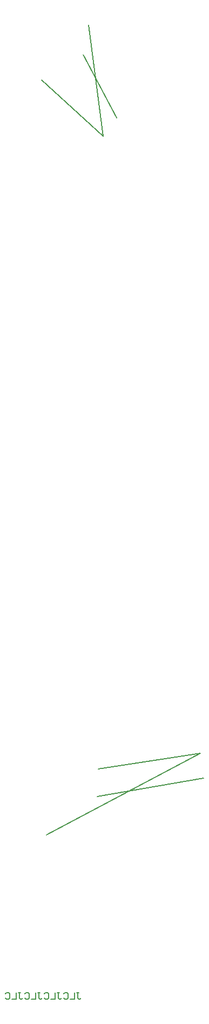
<source format=gbo>
G04*
G04 #@! TF.GenerationSoftware,Altium Limited,Altium Designer,23.2.1 (34)*
G04*
G04 Layer_Color=32896*
%FSLAX25Y25*%
%MOIN*%
G70*
G04*
G04 #@! TF.SameCoordinates,E7D857CA-1885-45CB-8F30-69F116805D82*
G04*
G04*
G04 #@! TF.FilePolarity,Positive*
G04*
G01*
G75*
%ADD14C,0.00800*%
D14*
X744800Y617700D02*
X782900Y583100D01*
X773700Y651800D02*
X782900Y583100D01*
X779900Y192600D02*
X842700Y202200D01*
X770500Y633400D02*
X791200Y594200D01*
X779100Y175800D02*
X844800Y187100D01*
X747700Y151900D02*
X842700Y202200D01*
X766534Y54799D02*
X767867D01*
X767201D01*
Y51466D01*
X767867Y50800D01*
X768534D01*
X769200Y51466D01*
X765201Y54799D02*
Y50800D01*
X762535D01*
X758537Y54132D02*
X759203Y54799D01*
X760536D01*
X761203Y54132D01*
Y51466D01*
X760536Y50800D01*
X759203D01*
X758537Y51466D01*
X754538Y54799D02*
X755871D01*
X755204D01*
Y51466D01*
X755871Y50800D01*
X756537D01*
X757204Y51466D01*
X753205Y54799D02*
Y50800D01*
X750539D01*
X746541Y54132D02*
X747207Y54799D01*
X748540D01*
X749206Y54132D01*
Y51466D01*
X748540Y50800D01*
X747207D01*
X746541Y51466D01*
X742542Y54799D02*
X743875D01*
X743208D01*
Y51466D01*
X743875Y50800D01*
X744541D01*
X745208Y51466D01*
X741209Y54799D02*
Y50800D01*
X738543D01*
X734545Y54132D02*
X735211Y54799D01*
X736544D01*
X737210Y54132D01*
Y51466D01*
X736544Y50800D01*
X735211D01*
X734545Y51466D01*
X730546Y54799D02*
X731879D01*
X731212D01*
Y51466D01*
X731879Y50800D01*
X732545D01*
X733212Y51466D01*
X729213Y54799D02*
Y50800D01*
X726547D01*
X722548Y54132D02*
X723215Y54799D01*
X724548D01*
X725214Y54132D01*
Y51466D01*
X724548Y50800D01*
X723215D01*
X722548Y51466D01*
M02*

</source>
